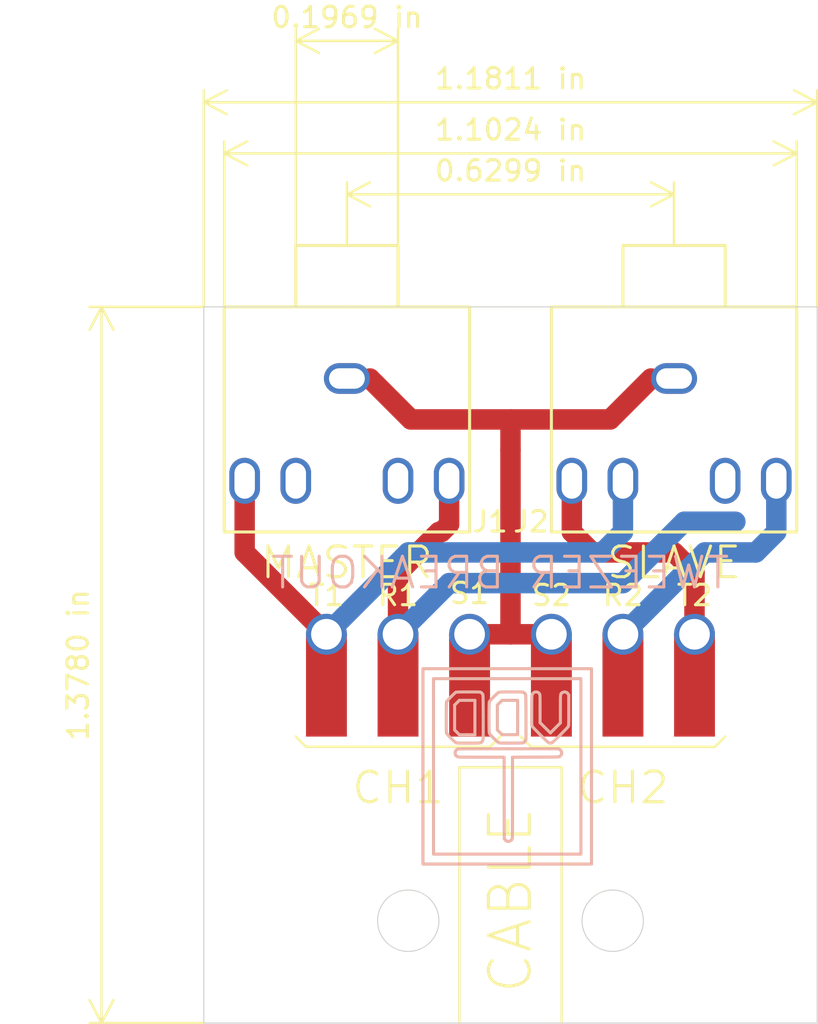
<source format=kicad_pcb>
(kicad_pcb (version 20171130) (host pcbnew "(5.1.2)-1")

  (general
    (thickness 1.6)
    (drawings 124)
    (tracks 32)
    (zones 0)
    (modules 8)
    (nets 9)
  )

  (page A4)
  (layers
    (0 F.Cu signal)
    (31 B.Cu signal)
    (32 B.Adhes user)
    (33 F.Adhes user)
    (34 B.Paste user)
    (35 F.Paste user)
    (36 B.SilkS user)
    (37 F.SilkS user)
    (38 B.Mask user)
    (39 F.Mask user)
    (40 Dwgs.User user)
    (41 Cmts.User user)
    (42 Eco1.User user)
    (43 Eco2.User user)
    (44 Edge.Cuts user)
    (45 Margin user)
    (46 B.CrtYd user)
    (47 F.CrtYd user)
    (48 B.Fab user)
    (49 F.Fab user)
  )

  (setup
    (last_trace_width 0.25)
    (user_trace_width 1)
    (trace_clearance 0.2)
    (zone_clearance 0.508)
    (zone_45_only no)
    (trace_min 0.2)
    (via_size 0.8)
    (via_drill 0.4)
    (via_min_size 0.4)
    (via_min_drill 0.3)
    (uvia_size 0.3)
    (uvia_drill 0.1)
    (uvias_allowed no)
    (uvia_min_size 0.2)
    (uvia_min_drill 0.1)
    (edge_width 0.05)
    (segment_width 0.2)
    (pcb_text_width 0.3)
    (pcb_text_size 1.5 1.5)
    (mod_edge_width 0.12)
    (mod_text_size 1 1)
    (mod_text_width 0.15)
    (pad_size 1.524 1.524)
    (pad_drill 0.762)
    (pad_to_mask_clearance 0.051)
    (solder_mask_min_width 0.25)
    (aux_axis_origin 0 0)
    (visible_elements 7FFFFFFF)
    (pcbplotparams
      (layerselection 0x010fc_ffffffff)
      (usegerberextensions false)
      (usegerberattributes false)
      (usegerberadvancedattributes false)
      (creategerberjobfile false)
      (excludeedgelayer true)
      (linewidth 0.100000)
      (plotframeref false)
      (viasonmask false)
      (mode 1)
      (useauxorigin false)
      (hpglpennumber 1)
      (hpglpenspeed 20)
      (hpglpendiameter 15.000000)
      (psnegative false)
      (psa4output false)
      (plotreference true)
      (plotvalue true)
      (plotinvisibletext false)
      (padsonsilk false)
      (subtractmaskfromsilk false)
      (outputformat 1)
      (mirror false)
      (drillshape 0)
      (scaleselection 1)
      (outputdirectory ""))
  )

  (net 0 "")
  (net 1 "Net-(J1-PadRN)")
  (net 2 "Net-(J1-PadR)")
  (net 3 "Net-(J1-PadT)")
  (net 4 "Net-(J1-PadTN)")
  (net 5 "Net-(J1-PadS)")
  (net 6 "Net-(J2-PadRN)")
  (net 7 "Net-(J2-PadR)")
  (net 8 "Net-(J2-PadT)")

  (net_class Default "This is the default net class."
    (clearance 0.2)
    (trace_width 0.25)
    (via_dia 0.8)
    (via_drill 0.4)
    (uvia_dia 0.3)
    (uvia_drill 0.1)
    (add_net "Net-(J1-PadR)")
    (add_net "Net-(J1-PadRN)")
    (add_net "Net-(J1-PadS)")
    (add_net "Net-(J1-PadT)")
    (add_net "Net-(J1-PadTN)")
    (add_net "Net-(J2-PadR)")
    (add_net "Net-(J2-PadRN)")
    (add_net "Net-(J2-PadT)")
  )

  (module SWITCH:Audiojack_pad (layer F.Cu) (tedit 5FC28BDA) (tstamp 5FC28941)
    (at 142 103.5)
    (path /5FC3A231)
    (fp_text reference T2 (at 0 -1.9) (layer F.SilkS)
      (effects (font (size 1 1) (thickness 0.15)))
    )
    (fp_text value T2 (at 0.1 -3.4) (layer F.Fab)
      (effects (font (size 1 1) (thickness 0.15)))
    )
    (pad 1 smd rect (at 0 2.5 90) (size 5 2) (layers F.Cu F.Mask)
      (net 8 "Net-(J2-PadT)"))
    (pad 1 thru_hole circle (at 0 0 90) (size 2 2) (drill 1.5) (layers *.Cu *.Mask)
      (net 8 "Net-(J2-PadT)"))
  )

  (module SWITCH:Audiojack_pad (layer F.Cu) (tedit 5FC28BDA) (tstamp 5FC2893B)
    (at 124 103.5)
    (path /5FC3A0C8)
    (fp_text reference T1 (at 0 -1.9) (layer F.SilkS)
      (effects (font (size 1 1) (thickness 0.15)))
    )
    (fp_text value T1 (at 0.1 -3.4) (layer F.Fab)
      (effects (font (size 1 1) (thickness 0.15)))
    )
    (pad 1 smd rect (at 0 2.5 90) (size 5 2) (layers F.Cu F.Mask)
      (net 3 "Net-(J1-PadT)"))
    (pad 1 thru_hole circle (at 0 0 90) (size 2 2) (drill 1.5) (layers *.Cu *.Mask)
      (net 3 "Net-(J1-PadT)"))
  )

  (module SWITCH:Audiojack_pad (layer F.Cu) (tedit 5FC28BDA) (tstamp 5FC28935)
    (at 135 103.5)
    (path /5FC39A42)
    (fp_text reference S2 (at 0 -1.9) (layer F.SilkS)
      (effects (font (size 1 1) (thickness 0.15)))
    )
    (fp_text value S2 (at 0.1 -3.4) (layer F.Fab)
      (effects (font (size 1 1) (thickness 0.15)))
    )
    (pad 1 smd rect (at 0 2.5 90) (size 5 2) (layers F.Cu F.Mask)
      (net 5 "Net-(J1-PadS)"))
    (pad 1 thru_hole circle (at 0 0 90) (size 2 2) (drill 1.5) (layers *.Cu *.Mask)
      (net 5 "Net-(J1-PadS)"))
  )

  (module SWITCH:Audiojack_pad (layer F.Cu) (tedit 5FC28BDA) (tstamp 5FC2892F)
    (at 131 103.5)
    (path /5FC3826C)
    (fp_text reference S1 (at 0 -2) (layer F.SilkS)
      (effects (font (size 1 1) (thickness 0.15)))
    )
    (fp_text value S1 (at 0.1 -3.4) (layer F.Fab)
      (effects (font (size 1 1) (thickness 0.15)))
    )
    (pad 1 smd rect (at 0 2.5 90) (size 5 2) (layers F.Cu F.Mask)
      (net 5 "Net-(J1-PadS)"))
    (pad 1 thru_hole circle (at 0 0 90) (size 2 2) (drill 1.5) (layers *.Cu *.Mask)
      (net 5 "Net-(J1-PadS)"))
  )

  (module SWITCH:Audiojack_pad (layer F.Cu) (tedit 5FC28BDA) (tstamp 5FC296A3)
    (at 138.5 103.5)
    (path /5FC39F20)
    (fp_text reference R2 (at 0 -1.9) (layer F.SilkS)
      (effects (font (size 1 1) (thickness 0.15)))
    )
    (fp_text value R2 (at 0.1 -3.4) (layer F.Fab)
      (effects (font (size 1 1) (thickness 0.15)))
    )
    (pad 1 smd rect (at 0 2.5 90) (size 5 2) (layers F.Cu F.Mask)
      (net 7 "Net-(J2-PadR)"))
    (pad 1 thru_hole circle (at 0 0 90) (size 2 2) (drill 1.5) (layers *.Cu *.Mask)
      (net 7 "Net-(J2-PadR)"))
  )

  (module SWITCH:Audiojack_pad (layer F.Cu) (tedit 5FC28BDA) (tstamp 5FC28923)
    (at 127.5 103.5)
    (path /5FC39CF0)
    (fp_text reference R1 (at 0 -1.9) (layer F.SilkS)
      (effects (font (size 1 1) (thickness 0.15)))
    )
    (fp_text value R1 (at 0.1 -3.4) (layer F.Fab)
      (effects (font (size 1 1) (thickness 0.15)))
    )
    (pad 1 smd rect (at 0 2.5 90) (size 5 2) (layers F.Cu F.Mask)
      (net 2 "Net-(J1-PadR)"))
    (pad 1 thru_hole circle (at 0 0 90) (size 2 2) (drill 1.5) (layers *.Cu *.Mask)
      (net 2 "Net-(J1-PadR)"))
  )

  (module SWITCH:Audiojack3_SwitchTR (layer F.Cu) (tedit 5FC284B4) (tstamp 5FC28F31)
    (at 141 91 270)
    (path /5FC361D6)
    (fp_text reference J2 (at 7 7 180) (layer F.SilkS)
      (effects (font (size 1 1) (thickness 0.15)))
    )
    (fp_text value AudioJack3_SwitchTR (at 20 -5.5 90) (layer F.Fab)
      (effects (font (size 1 1) (thickness 0.15)))
    )
    (fp_line (start -6.5 2.5) (end -3.5 2.5) (layer F.SilkS) (width 0.15))
    (fp_line (start -6.5 -2.5) (end -6.5 2.5) (layer F.SilkS) (width 0.15))
    (fp_line (start -3.5 -2.5) (end -6.5 -2.5) (layer F.SilkS) (width 0.15))
    (fp_line (start -3.5 -6) (end -3.5 0) (layer F.SilkS) (width 0.15))
    (fp_line (start 7.5 -6) (end -3.5 -6) (layer F.SilkS) (width 0.15))
    (fp_line (start 7.5 6) (end 7.5 -6) (layer F.SilkS) (width 0.15))
    (fp_line (start -3.5 6) (end 7.5 6) (layer F.SilkS) (width 0.15))
    (fp_line (start -3.5 0) (end -3.5 6) (layer F.SilkS) (width 0.15))
    (pad "" np_thru_hole circle (at 5 0 270) (size 1.6 1.6) (drill 1.6) (layers *.Cu *.Mask))
    (pad "" np_thru_hole circle (at 0 -5 270) (size 1.6 1.6) (drill 1.6) (layers *.Cu *.Mask))
    (pad "" np_thru_hole circle (at -2.5 -5 270) (size 1.6 1.6) (drill 1.6) (layers *.Cu *.Mask))
    (pad "" np_thru_hole circle (at -2.5 5 270) (size 1.6 1.6) (drill 1.6) (layers *.Cu *.Mask))
    (pad "" np_thru_hole circle (at 0 5 270) (size 1.6 1.6) (drill 1.6) (layers *.Cu *.Mask))
    (pad RN thru_hole oval (at 5 -2.5 90) (size 2.25 1.5) (drill oval 1.75 1) (layers *.Cu *.Mask)
      (net 6 "Net-(J2-PadRN)"))
    (pad R thru_hole oval (at 5 -5 90) (size 2.25 1.5) (drill oval 1.75 1) (layers *.Cu *.Mask)
      (net 7 "Net-(J2-PadR)"))
    (pad T thru_hole oval (at 5 5 90) (size 2.25 1.5) (drill oval 1.75 1) (layers *.Cu *.Mask)
      (net 8 "Net-(J2-PadT)"))
    (pad TN thru_hole oval (at 5 2.5 90) (size 2.25 1.5) (drill oval 1.75 1) (layers *.Cu *.Mask)
      (net 3 "Net-(J1-PadT)"))
    (pad S thru_hole oval (at 0 0) (size 2.25 1.5) (drill oval 1.75 1) (layers *.Cu *.Mask)
      (net 5 "Net-(J1-PadS)"))
  )

  (module SWITCH:Audiojack3_SwitchTR (layer F.Cu) (tedit 5FC284B4) (tstamp 5FC28A13)
    (at 125 91 270)
    (path /5FC3584B)
    (fp_text reference J1 (at 7 -7) (layer F.SilkS)
      (effects (font (size 1 1) (thickness 0.15)))
    )
    (fp_text value AudioJack3_SwitchTR (at 20 5.5 90) (layer F.Fab)
      (effects (font (size 1 1) (thickness 0.15)))
    )
    (fp_line (start -6.5 2.5) (end -3.5 2.5) (layer F.SilkS) (width 0.15))
    (fp_line (start -6.5 -2.5) (end -6.5 2.5) (layer F.SilkS) (width 0.15))
    (fp_line (start -3.5 -2.5) (end -6.5 -2.5) (layer F.SilkS) (width 0.15))
    (fp_line (start -3.5 -6) (end -3.5 0) (layer F.SilkS) (width 0.15))
    (fp_line (start 7.5 -6) (end -3.5 -6) (layer F.SilkS) (width 0.15))
    (fp_line (start 7.5 6) (end 7.5 -6) (layer F.SilkS) (width 0.15))
    (fp_line (start -3.5 6) (end 7.5 6) (layer F.SilkS) (width 0.15))
    (fp_line (start -3.5 0) (end -3.5 6) (layer F.SilkS) (width 0.15))
    (pad "" np_thru_hole circle (at 5 0 270) (size 1.6 1.6) (drill 1.6) (layers *.Cu *.Mask))
    (pad "" np_thru_hole circle (at 0 -5 270) (size 1.6 1.6) (drill 1.6) (layers *.Cu *.Mask))
    (pad "" np_thru_hole circle (at -2.5 -5 270) (size 1.6 1.6) (drill 1.6) (layers *.Cu *.Mask))
    (pad "" np_thru_hole circle (at -2.5 5 270) (size 1.6 1.6) (drill 1.6) (layers *.Cu *.Mask))
    (pad "" np_thru_hole circle (at 0 5 270) (size 1.6 1.6) (drill 1.6) (layers *.Cu *.Mask))
    (pad RN thru_hole oval (at 5 -2.5 90) (size 2.25 1.5) (drill oval 1.75 1) (layers *.Cu *.Mask)
      (net 1 "Net-(J1-PadRN)"))
    (pad R thru_hole oval (at 5 -5 90) (size 2.25 1.5) (drill oval 1.75 1) (layers *.Cu *.Mask)
      (net 2 "Net-(J1-PadR)"))
    (pad T thru_hole oval (at 5 5 90) (size 2.25 1.5) (drill oval 1.75 1) (layers *.Cu *.Mask)
      (net 3 "Net-(J1-PadT)"))
    (pad TN thru_hole oval (at 5 2.5 90) (size 2.25 1.5) (drill oval 1.75 1) (layers *.Cu *.Mask)
      (net 4 "Net-(J1-PadTN)"))
    (pad S thru_hole oval (at 0 0) (size 2.25 1.5) (drill oval 1.75 1) (layers *.Cu *.Mask)
      (net 5 "Net-(J1-PadS)"))
  )

  (dimension 30 (width 0.12) (layer F.SilkS)
    (gr_text "30.000 mm" (at 133 76.23) (layer F.SilkS)
      (effects (font (size 1 1) (thickness 0.15)))
    )
    (feature1 (pts (xy 148 87.5) (xy 148 76.913579)))
    (feature2 (pts (xy 118 87.5) (xy 118 76.913579)))
    (crossbar (pts (xy 118 77.5) (xy 148 77.5)))
    (arrow1a (pts (xy 148 77.5) (xy 146.873496 78.086421)))
    (arrow1b (pts (xy 148 77.5) (xy 146.873496 76.913579)))
    (arrow2a (pts (xy 118 77.5) (xy 119.126504 78.086421)))
    (arrow2b (pts (xy 118 77.5) (xy 119.126504 76.913579)))
  )
  (dimension 28 (width 0.12) (layer F.SilkS)
    (gr_text "28.000 mm" (at 133 78.73) (layer F.SilkS) (tstamp 5FC3F7AE)
      (effects (font (size 1 1) (thickness 0.15)))
    )
    (feature1 (pts (xy 147 87.5) (xy 147 79.413579)))
    (feature2 (pts (xy 119 87.5) (xy 119 79.413579)))
    (crossbar (pts (xy 119 80) (xy 147 80)))
    (arrow1a (pts (xy 147 80) (xy 145.873496 80.586421)))
    (arrow1b (pts (xy 147 80) (xy 145.873496 79.413579)))
    (arrow2a (pts (xy 119 80) (xy 120.126504 80.586421)))
    (arrow2b (pts (xy 119 80) (xy 120.126504 79.413579)))
  )
  (dimension 16 (width 0.12) (layer F.SilkS)
    (gr_text "16.000 mm" (at 133 80.73) (layer F.SilkS)
      (effects (font (size 1 1) (thickness 0.15)))
    )
    (feature1 (pts (xy 141 84.5) (xy 141 81.413579)))
    (feature2 (pts (xy 125 84.5) (xy 125 81.413579)))
    (crossbar (pts (xy 125 82) (xy 141 82)))
    (arrow1a (pts (xy 141 82) (xy 139.873496 82.586421)))
    (arrow1b (pts (xy 141 82) (xy 139.873496 81.413579)))
    (arrow2a (pts (xy 125 82) (xy 126.126504 82.586421)))
    (arrow2b (pts (xy 125 82) (xy 126.126504 81.413579)))
  )
  (dimension 5 (width 0.12) (layer F.SilkS)
    (gr_text "5.000 mm" (at 125 73.23) (layer F.SilkS)
      (effects (font (size 1 1) (thickness 0.15)))
    )
    (feature1 (pts (xy 127.5 84.5) (xy 127.5 73.913579)))
    (feature2 (pts (xy 122.5 84.5) (xy 122.5 73.913579)))
    (crossbar (pts (xy 122.5 74.5) (xy 127.5 74.5)))
    (arrow1a (pts (xy 127.5 74.5) (xy 126.373496 75.086421)))
    (arrow1b (pts (xy 127.5 74.5) (xy 126.373496 73.913579)))
    (arrow2a (pts (xy 122.5 74.5) (xy 123.626504 75.086421)))
    (arrow2b (pts (xy 122.5 74.5) (xy 123.626504 73.913579)))
  )
  (dimension 35 (width 0.12) (layer F.SilkS)
    (gr_text "35.000 mm" (at 111.73 105 270) (layer F.SilkS)
      (effects (font (size 1 1) (thickness 0.15)))
    )
    (feature1 (pts (xy 118 122.5) (xy 112.413579 122.5)))
    (feature2 (pts (xy 118 87.5) (xy 112.413579 87.5)))
    (crossbar (pts (xy 113 87.5) (xy 113 122.5)))
    (arrow1a (pts (xy 113 122.5) (xy 112.413579 121.373496)))
    (arrow1b (pts (xy 113 122.5) (xy 113.586421 121.373496)))
    (arrow2a (pts (xy 113 87.5) (xy 112.413579 88.626504)))
    (arrow2b (pts (xy 113 87.5) (xy 113.586421 88.626504)))
  )
  (gr_line (start 143 98) (end 144 98) (layer B.Mask) (width 1))
  (gr_text "TWEEZER BREAKOUT" (at 132.5 100.5) (layer B.SilkS)
    (effects (font (size 1.5 1.5) (thickness 0.15)) (justify mirror))
  )
  (gr_line (start 132 109) (end 132.5 108.5) (layer F.SilkS) (width 0.12))
  (gr_line (start 123 109) (end 132 109) (layer F.SilkS) (width 0.12))
  (gr_line (start 122.5 108.5) (end 123 109) (layer F.SilkS) (width 0.12))
  (gr_line (start 143 109) (end 143.5 108.5) (layer F.SilkS) (width 0.12))
  (gr_line (start 134 109) (end 143 109) (layer F.SilkS) (width 0.12))
  (gr_line (start 133.5 108.5) (end 134 109) (layer F.SilkS) (width 0.12))
  (gr_text CH1 (at 127.5 111) (layer F.SilkS) (tstamp 5FC296CF)
    (effects (font (size 1.5 1.5) (thickness 0.15)))
  )
  (gr_text CH2 (at 138.5 111) (layer F.SilkS) (tstamp 5FC296CF)
    (effects (font (size 1.5 1.5) (thickness 0.15)))
  )
  (gr_text SLAVE (at 141 100) (layer F.SilkS) (tstamp 5FC29689)
    (effects (font (size 1.5 1.5) (thickness 0.15)))
  )
  (gr_text MASTER (at 125 100) (layer F.SilkS) (tstamp 5FC296C2)
    (effects (font (size 1.5 1.5) (thickness 0.15)))
  )
  (gr_text CABLE (at 133 116.5 90) (layer F.SilkS)
    (effects (font (size 2 2) (thickness 0.15)))
  )
  (gr_line (start 130.5 110) (end 135.5 110) (layer F.SilkS) (width 0.12) (tstamp 5FC295EE))
  (gr_curve (pts (xy 135.824802 108.009305) (xy 135.794674 108.067176) (xy 135.094642 108.767202) (xy 135.036762 108.79734)) (layer B.SilkS) (width 0.15) (tstamp 5FC292DB))
  (gr_curve (pts (xy 134.044956 107.94594) (xy 134.040346 107.913198) (xy 134.038393 107.567917) (xy 134.040611 107.178648)) (layer B.SilkS) (width 0.15) (tstamp 5FC2932F))
  (gr_line (start 134.950787 108.322706) (end 135.195528 108.078233) (layer B.SilkS) (width 0.15) (tstamp 5FC292B7))
  (gr_line (start 132.691791 111.494664) (end 132.688316 109.506981) (layer B.SilkS) (width 0.15) (tstamp 5FC29332))
  (gr_curve (pts (xy 135.540865 106.348735) (xy 135.641715 106.290917) (xy 135.76455 106.321947) (xy 135.820391 106.419348)) (layer B.SilkS) (width 0.15) (tstamp 5FC292DE))
  (gr_line (start 132.725239 113.530547) (end 132.695266 113.482347) (layer B.SilkS) (width 0.15) (tstamp 5FC292E1))
  (gr_curve (pts (xy 131.962452 108.322971) (xy 131.942417 108.249785) (xy 131.942417 106.888033) (xy 131.962452 106.814846)) (layer B.SilkS) (width 0.15) (tstamp 5FC2930B))
  (gr_curve (pts (xy 130.403588 109.480992) (xy 130.256687 109.414306) (xy 130.254415 109.19862) (xy 130.399803 109.121362)) (layer B.SilkS) (width 0.15) (tstamp 5FC2929F))
  (gr_curve (pts (xy 135.850138 107.215555) (xy 135.850338 107.925904) (xy 135.849173 107.962484) (xy 135.824802 108.009305)) (layer B.SilkS) (width 0.15) (tstamp 5FC29305))
  (gr_curve (pts (xy 135.440269 107.152117) (xy 135.440269 106.384234) (xy 135.437279 106.408122) (xy 135.540865 106.348735)) (layer B.SilkS) (width 0.15) (tstamp 5FC292CF))
  (gr_line (start 133.098759 109.507407) (end 133.098759 111.494874) (layer B.SilkS) (width 0.15) (tstamp 5FC292E4))
  (gr_curve (pts (xy 132.8 113.6) (xy 132.775367 113.588312) (xy 132.741726 113.557058) (xy 132.725239 113.530547)) (layer B.SilkS) (width 0.15) (tstamp 5FC2929C))
  (gr_curve (pts (xy 133.098759 111.494874) (xy 133.098759 113.454717) (xy 133.098359 113.482939) (xy 133.072421 113.525455)) (layer B.SilkS) (width 0.15) (tstamp 5FC29317))
  (gr_line (start 135.440269 107.833759) (end 135.440269 107.152117) (layer B.SilkS) (width 0.15) (tstamp 5FC29320))
  (gr_curve (pts (xy 132.177352 106.558679) (xy 132.28758 106.446892) (xy 132.396922 106.347177) (xy 132.420336 106.337091)) (layer B.SilkS) (width 0.15) (tstamp 5FC292FC))
  (gr_curve (pts (xy 135.40058 109.124886) (xy 135.535245 109.200572) (xy 135.539364 109.37557) (xy 135.408773 109.473082)) (layer B.SilkS) (width 0.15) (tstamp 5FC29293))
  (gr_line (start 134.235502 109.503883) (end 133.098759 109.507407) (layer B.SilkS) (width 0.15) (tstamp 5FC292EA))
  (gr_line (start 132.695266 113.482347) (end 132.691791 111.494664) (layer B.SilkS) (width 0.15) (tstamp 5FC29296))
  (gr_line (start 135.195528 108.078233) (end 135.440269 107.833759) (layer B.SilkS) (width 0.15) (tstamp 5FC292B4))
  (gr_line (start 135.820391 106.419348) (end 135.849938 106.470888) (layer B.SilkS) (width 0.15) (tstamp 5FC292B1))
  (gr_curve (pts (xy 132.418521 108.79884) (xy 132.39508 108.787717) (xy 132.286136 108.688002) (xy 132.176421 108.577252)) (layer B.SilkS) (width 0.15) (tstamp 5FC2931A))
  (gr_curve (pts (xy 133.072421 113.525455) (xy 133.018122 113.614513) (xy 132.899221 113.647052) (xy 132.800053 113.599993)) (layer B.SilkS) (width 0.15) (tstamp 5FC2930E))
  (gr_line (start 134.448081 107.820524) (end 134.699434 108.071614) (layer B.SilkS) (width 0.15) (tstamp 5FC292ED))
  (gr_curve (pts (xy 131.573927 109.506681) (xy 130.503625 109.506381) (xy 130.457326 109.505386) (xy 130.403588 109.480992)) (layer B.SilkS) (width 0.15) (tstamp 5FC29311))
  (gr_line (start 136.445738 114.243023) (end 136.445738 105.670523) (layer B.SilkS) (width 0.15) (tstamp 5FC29335))
  (gr_curve (pts (xy 134.040611 107.178648) (xy 134.044521 106.492314) (xy 134.045466 106.469487) (xy 134.071816 106.424631)) (layer B.SilkS) (width 0.15) (tstamp 5FC292F0))
  (gr_line (start 132.688316 109.506981) (end 131.573927 109.506681) (layer B.SilkS) (width 0.15) (tstamp 5FC29326))
  (gr_line (start 132.898314 109.096868) (end 135.35073 109.096868) (layer B.SilkS) (width 0.15) (tstamp 5FC292F6))
  (gr_curve (pts (xy 134.439248 108.393832) (xy 134.070048 108.022291) (xy 134.052971 108.002893) (xy 134.044956 107.94594)) (layer B.SilkS) (width 0.15) (tstamp 5FC292C6))
  (gr_curve (pts (xy 134.071816 106.424631) (xy 134.152416 106.287426) (xy 134.340927 106.281991) (xy 134.421745 106.414542)) (layer B.SilkS) (width 0.15) (tstamp 5FC29338))
  (gr_line (start 129.235843 114.243023) (end 136.445738 114.243023) (layer B.SilkS) (width 0.15) (tstamp 5FC292AE))
  (gr_line (start 134.448081 107.139091) (end 134.448081 107.820524) (layer B.SilkS) (width 0.15) (tstamp 5FC29314))
  (gr_curve (pts (xy 130.399803 109.121362) (xy 130.44419 109.097776) (xy 130.536827 109.096868) (xy 132.898314 109.096868)) (layer B.SilkS) (width 0.15) (tstamp 5FC292C9))
  (gr_line (start 130.327702 108.79855) (end 130.327702 108.79855) (layer B.SilkS) (width 0.15) (tstamp 5FC292F3))
  (gr_line (start 136.961872 105.184078) (end 128.719705 105.184078) (layer B.SilkS) (width 0.15) (tstamp 5FC292D5))
  (gr_curve (pts (xy 135.036762 108.79734) (xy 134.986979 108.823261) (xy 134.922809 108.82451) (xy 134.867666 108.80063)) (layer B.SilkS) (width 0.15) (tstamp 5FC2932C))
  (gr_curve (pts (xy 135.408773 109.473082) (xy 135.372633 109.500069) (xy 135.360208 109.500395) (xy 134.235502 109.503883)) (layer B.SilkS) (width 0.15) (tstamp 5FC29308))
  (gr_curve (pts (xy 131.55068 108.795893) (xy 131.508992 108.816837) (xy 131.451058 108.819025) (xy 130.937786 108.819044)) (layer B.SilkS) (width 0.15) (tstamp 5FC29329))
  (gr_line (start 131.259902 106.728857) (end 130.879825 106.728857) (layer B.SilkS) (width 0.15) (tstamp 5FC292E7))
  (gr_line (start 128.719705 105.184078) (end 128.719705 114.729467) (layer B.SilkS) (width 0.15) (tstamp 5FC292F9))
  (gr_line (start 128.719705 114.729467) (end 136.961872 114.729467) (layer B.SilkS) (width 0.15) (tstamp 5FC292BA))
  (gr_line (start 136.961872 114.729467) (end 136.961872 105.184078) (layer B.SilkS) (width 0.15) (tstamp 5FC292A2))
  (gr_curve (pts (xy 131.636217 106.424631) (xy 131.662908 106.470065) (xy 131.663463 106.489348) (xy 131.667446 107.509378)) (layer B.SilkS) (width 0.15) (tstamp 5FC292FF))
  (gr_curve (pts (xy 134.867733 108.800629) (xy 134.844271 108.790469) (xy 134.651933 108.607865) (xy 134.439248 108.393832)) (layer B.SilkS) (width 0.15) (tstamp 5FC292A8))
  (gr_line (start 132.970033 106.728857) (end 132.589957 106.728857) (layer B.SilkS) (width 0.15) (tstamp 5FC292AB))
  (gr_curve (pts (xy 132.176421 108.577252) (xy 132.018289 108.417627) (xy 131.973935 108.364918) (xy 131.962452 108.322971)) (layer B.SilkS) (width 0.15) (tstamp 5FC29323))
  (gr_curve (pts (xy 131.962452 106.814846) (xy 131.973911 106.772988) (xy 132.01882 106.719455) (xy 132.177352 106.558679)) (layer B.SilkS) (width 0.15) (tstamp 5FC292CC))
  (gr_line (start 135.35073 109.096868) (end 135.40058 109.124886) (layer B.SilkS) (width 0.15) (tstamp 5FC292C3))
  (gr_curve (pts (xy 130.937786 108.819044) (xy 130.453061 108.819057) (xy 130.364668 108.816094) (xy 130.327702 108.79855)) (layer B.SilkS) (width 0.15) (tstamp 5FC29302))
  (gr_line (start 132.800053 113.599993) (end 132.8 113.6) (layer B.SilkS) (width 0.15) (tstamp 5FC2933B))
  (gr_line (start 134.699434 108.071614) (end 134.950787 108.322706) (layer B.SilkS) (width 0.15) (tstamp 5FC292D8))
  (gr_line (start 136.445738 105.670523) (end 129.235843 105.670523) (layer B.SilkS) (width 0.15) (tstamp 5FC292D2))
  (gr_line (start 135.849938 106.470888) (end 135.850138 107.215555) (layer B.SilkS) (width 0.15) (tstamp 5FC292A5))
  (gr_curve (pts (xy 129.871486 106.799171) (xy 129.887402 106.756458) (xy 130.269418 106.366255) (xy 130.32328 106.337694)) (layer B.SilkS) (width 0.15) (tstamp 5FC292C0))
  (gr_curve (pts (xy 134.421745 106.414542) (xy 134.447076 106.45609) (xy 134.448034 106.482461) (xy 134.448081 107.139091)) (layer B.SilkS) (width 0.15) (tstamp 5FC2931D))
  (gr_curve (pts (xy 130.32328 106.337694) (xy 130.352714 106.322088) (xy 130.461273 106.318753) (xy 130.939787 106.318753)) (layer B.SilkS) (width 0.15) (tstamp 5FC292BD))
  (gr_curve (pts (xy 131.564807 106.348563) (xy 131.589137 106.364958) (xy 131.621272 106.399189) (xy 131.636217 106.424631)) (layer B.SilkS) (width 0.15) (tstamp 5FC29299))
  (gr_line (start 129.235843 105.670523) (end 129.235843 114.243023) (layer B.SilkS) (width 0.15) (tstamp 5FC29353))
  (gr_line (start 134.867666 108.80063) (end 134.867733 108.800629) (layer B.SilkS) (width 0.15) (tstamp 5FC29365))
  (gr_line (start 130.499748 106.728857) (end 130.383731 106.844335) (layer B.SilkS) (width 0.15) (tstamp 5FC29377))
  (gr_curve (pts (xy 133.036843 106.318753) (xy 133.610259 106.318753) (xy 133.61082 106.318753) (xy 133.654516 106.348518)) (layer B.SilkS) (width 0.15) (tstamp 5FC29383))
  (gr_line (start 133.35011 107.568909) (end 133.35011 106.728857) (layer B.SilkS) (width 0.15) (tstamp 5FC29371))
  (gr_curve (pts (xy 133.725925 106.415627) (xy 133.753388 106.452686) (xy 133.75363 106.461138) (xy 133.757559 107.520263)) (layer B.SilkS) (width 0.15) (tstamp 5FC2935C))
  (gr_curve (pts (xy 130.079745 108.570347) (xy 129.921464 108.409774) (xy 129.873045 108.352529) (xy 129.866315 108.31801)) (layer B.SilkS) (width 0.15) (tstamp 5FC293A4))
  (gr_line (start 132.357922 107.568909) (end 132.357922 108.178002) (layer B.SilkS) (width 0.15) (tstamp 5FC293A7))
  (gr_line (start 132.589957 108.408961) (end 132.970033 108.408961) (layer B.SilkS) (width 0.15) (tstamp 5FC29386))
  (gr_curve (pts (xy 133.753454 108.643715) (xy 133.744145 108.708507) (xy 133.694144 108.77478) (xy 133.635196 108.800457)) (layer B.SilkS) (width 0.15) (tstamp 5FC29389))
  (gr_curve (pts (xy 130.327702 108.79855) (xy 130.303925 108.787268) (xy 130.192345 108.684577) (xy 130.079745 108.570347)) (layer B.SilkS) (width 0.15) (tstamp 5FC29368))
  (gr_line (start 132.970033 108.408961) (end 133.35011 108.408961) (layer B.SilkS) (width 0.15) (tstamp 5FC2935F))
  (gr_line (start 131.259902 108.408961) (end 131.259902 107.568909) (layer B.SilkS) (width 0.15) (tstamp 5FC2937D))
  (gr_line (start 132.418524 108.79884) (end 132.418521 108.79884) (layer B.SilkS) (width 0.15) (tstamp 5FC293AA))
  (gr_line (start 133.35011 108.408961) (end 133.35011 107.568909) (layer B.SilkS) (width 0.15) (tstamp 5FC293AD))
  (gr_curve (pts (xy 133.635196 108.800457) (xy 133.603786 108.814137) (xy 133.469318 108.818144) (xy 133.027997 108.818546)) (layer B.SilkS) (width 0.15) (tstamp 5FC293A1))
  (gr_line (start 130.879825 106.728857) (end 130.499748 106.728857) (layer B.SilkS) (width 0.15) (tstamp 5FC29392))
  (gr_curve (pts (xy 131.663271 108.616652) (xy 131.653304 108.699939) (xy 131.612559 108.764803) (xy 131.55068 108.795893)) (layer B.SilkS) (width 0.15) (tstamp 5FC2939E))
  (gr_line (start 132.47394 108.293481) (end 132.589957 108.408961) (layer B.SilkS) (width 0.15) (tstamp 5FC2939B))
  (gr_line (start 132.357922 108.178002) (end 132.47394 108.293481) (layer B.SilkS) (width 0.15) (tstamp 5FC29347))
  (gr_curve (pts (xy 133.654516 106.348518) (xy 133.678569 106.364889) (xy 133.710704 106.395088) (xy 133.725925 106.415627)) (layer B.SilkS) (width 0.15) (tstamp 5FC29356))
  (gr_line (start 130.383731 108.293481) (end 130.499748 108.408961) (layer B.SilkS) (width 0.15) (tstamp 5FC2938C))
  (gr_line (start 130.267714 107.568909) (end 130.267714 108.178002) (layer B.SilkS) (width 0.15) (tstamp 5FC2934A))
  (gr_curve (pts (xy 133.757559 107.520263) (xy 133.759739 108.107272) (xy 133.757909 108.612826) (xy 133.753454 108.643715)) (layer B.SilkS) (width 0.15) (tstamp 5FC2934D))
  (gr_curve (pts (xy 129.866315 108.31801) (xy 129.851322 108.241109) (xy 129.856091 106.840487) (xy 129.871486 106.799171)) (layer B.SilkS) (width 0.15) (tstamp 5FC293B0))
  (gr_curve (pts (xy 133.027997 108.818546) (xy 132.546042 108.818996) (xy 132.454758 108.816036) (xy 132.418524 108.79884)) (layer B.SilkS) (width 0.15) (tstamp 5FC2933E))
  (gr_line (start 130.499748 108.408961) (end 130.879825 108.408961) (layer B.SilkS) (width 0.15) (tstamp 5FC2937A))
  (gr_line (start 130.267714 108.178002) (end 130.383731 108.293481) (layer B.SilkS) (width 0.15) (tstamp 5FC29374))
  (gr_line (start 131.259902 107.568909) (end 131.259902 106.728857) (layer B.SilkS) (width 0.15) (tstamp 5FC29350))
  (gr_line (start 130.383731 106.844335) (end 130.267714 106.959815) (layer B.SilkS) (width 0.15) (tstamp 5FC29341))
  (gr_line (start 132.357922 106.959815) (end 132.357922 107.568909) (layer B.SilkS) (width 0.15) (tstamp 5FC29344))
  (gr_line (start 130.879825 108.408961) (end 131.259902 108.408961) (layer B.SilkS) (width 0.15) (tstamp 5FC2936B))
  (gr_line (start 132.47394 106.844335) (end 132.357922 106.959815) (layer B.SilkS) (width 0.15) (tstamp 5FC2938F))
  (gr_line (start 132.589957 106.728857) (end 132.47394 106.844335) (layer B.SilkS) (width 0.15) (tstamp 5FC2936E))
  (gr_curve (pts (xy 131.667446 107.509378) (xy 131.669676 108.080547) (xy 131.667796 108.57882) (xy 131.663271 108.616652)) (layer B.SilkS) (width 0.15) (tstamp 5FC29380))
  (gr_line (start 130.267714 106.959815) (end 130.267714 107.568909) (layer B.SilkS) (width 0.15) (tstamp 5FC29359))
  (gr_curve (pts (xy 130.939787 106.318753) (xy 131.520435 106.318753) (xy 131.520582 106.318759) (xy 131.564807 106.348563)) (layer B.SilkS) (width 0.15) (tstamp 5FC29398))
  (gr_curve (pts (xy 132.420336 106.337091) (xy 132.45445 106.322395) (xy 132.576906 106.318753) (xy 133.036843 106.318753)) (layer B.SilkS) (width 0.15) (tstamp 5FC29395))
  (gr_line (start 133.35011 106.728857) (end 132.970033 106.728857) (layer B.SilkS) (width 0.15) (tstamp 5FC29362))
  (gr_line (start 118 122.5) (end 148 122.5) (layer Edge.Cuts) (width 0.05) (tstamp 5FC28F7E))
  (gr_line (start 118 87.5) (end 118 122.5) (layer Edge.Cuts) (width 0.05))
  (gr_line (start 133 87.5) (end 118 87.5) (layer Edge.Cuts) (width 0.05))
  (gr_line (start 148 87.5) (end 148 122.5) (layer Edge.Cuts) (width 0.05))
  (gr_line (start 133 87.5) (end 148 87.5) (layer Edge.Cuts) (width 0.05))
  (gr_line (start 135.5 122.5) (end 135.5 110) (layer F.SilkS) (width 0.12))
  (gr_line (start 130.5 110) (end 130.5 122.5) (layer F.SilkS) (width 0.12))
  (gr_circle (center 128 117.5) (end 129.5 117.5) (layer Edge.Cuts) (width 0.05))
  (gr_circle (center 138 117.5) (end 136.5 117.5) (layer Edge.Cuts) (width 0.05))

  (segment (start 127.5 100.5) (end 127.5 103.5) (width 1) (layer F.Cu) (net 2))
  (segment (start 127.5 100.5) (end 129.5 98.5) (width 1) (layer F.Cu) (net 2))
  (segment (start 130 98.125) (end 130 96) (width 1) (layer F.Cu) (net 2))
  (segment (start 129.625 98.5) (end 130 98.125) (width 1) (layer F.Cu) (net 2))
  (segment (start 129.5 98.5) (end 129.625 98.5) (width 1) (layer F.Cu) (net 2))
  (segment (start 141.5 98) (end 144 98) (width 1) (layer B.Cu) (net 2))
  (segment (start 138.5 101) (end 141.5 98) (width 1) (layer B.Cu) (net 2))
  (segment (start 127.5 103.5) (end 130 101) (width 1) (layer B.Cu) (net 2))
  (segment (start 130 101) (end 138.5 101) (width 1) (layer B.Cu) (net 2))
  (segment (start 120 99.5) (end 124 103.5) (width 1) (layer F.Cu) (net 3))
  (segment (start 120 96) (end 120 99.5) (width 1) (layer F.Cu) (net 3))
  (segment (start 138.5 98.5) (end 138.5 96) (width 1) (layer B.Cu) (net 3))
  (segment (start 137.5 99.5) (end 138.5 98.5) (width 1) (layer B.Cu) (net 3))
  (segment (start 124 103.5) (end 128 99.5) (width 1) (layer B.Cu) (net 3))
  (segment (start 128 99.5) (end 137.5 99.5) (width 1) (layer B.Cu) (net 3))
  (segment (start 137.875 93) (end 139.875 91) (width 1) (layer F.Cu) (net 5))
  (segment (start 126.125 91) (end 128.125 93) (width 1) (layer F.Cu) (net 5))
  (segment (start 133 94.5) (end 133 93) (width 1) (layer F.Cu) (net 5))
  (segment (start 128.125 93) (end 133 93) (width 1) (layer F.Cu) (net 5))
  (segment (start 133 93) (end 137.875 93) (width 1) (layer F.Cu) (net 5))
  (segment (start 133 103.5) (end 133 94.5) (width 1) (layer F.Cu) (net 5))
  (segment (start 133 103.5) (end 135 103.5) (width 1) (layer F.Cu) (net 5))
  (segment (start 131 103.5) (end 133 103.5) (width 1) (layer F.Cu) (net 5))
  (segment (start 146 98.5) (end 146 96) (width 1) (layer B.Cu) (net 7))
  (segment (start 145 99.5) (end 146 98.5) (width 1) (layer B.Cu) (net 7))
  (segment (start 138.5 103.5) (end 142.5 99.5) (width 1) (layer B.Cu) (net 7))
  (segment (start 142.5 99.5) (end 145 99.5) (width 1) (layer B.Cu) (net 7))
  (segment (start 136 98.5) (end 136 96) (width 1) (layer F.Cu) (net 8))
  (segment (start 137 99.5) (end 136 98.5) (width 1) (layer F.Cu) (net 8))
  (segment (start 141 99.5) (end 137 99.5) (width 1) (layer F.Cu) (net 8))
  (segment (start 142 103.5) (end 142 100.5) (width 1) (layer F.Cu) (net 8))
  (segment (start 142 100.5) (end 141 99.5) (width 1) (layer F.Cu) (net 8))

)

</source>
